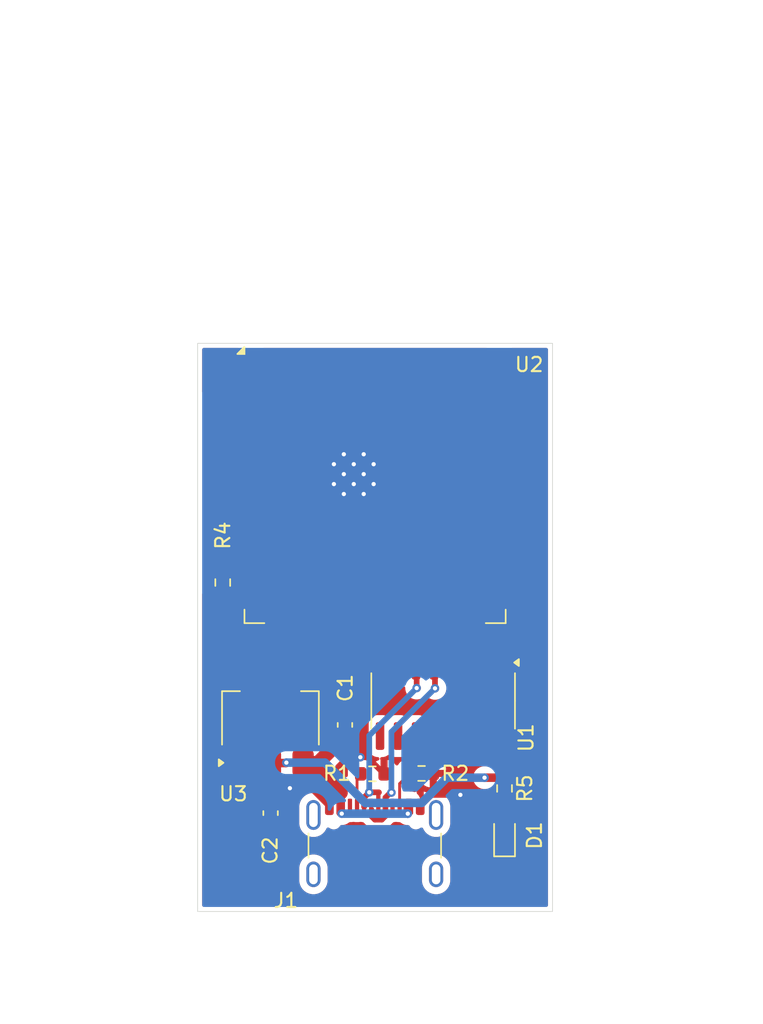
<source format=kicad_pcb>
(kicad_pcb (version 20241229) (generator "pcbnew") (generator_version "9.0")
  (title_block (title "USB to Serial Converter") (date "2025-07-28") (rev "1.0") (company "Mauro Ferreira") (comment 1 "ESP32-WROOM-32E + CH340C") (comment 2 "USB-C to 3.3V via AMS1117"))
  (layers (0 "F.Cu" signal "Front") (2 "B.Cu" signal "Back") (13 "F.Paste" user) (15 "B.Paste" user) (5 "F.SilkS" user) (7 "B.SilkS" user) (1 "F.Mask" user) (3 "B.Mask" user) (25 "Edge.Cuts" user))
  (net 0 "")
  (net 1 "GND")
  (net 2 "/VBUS")
  (net 3 "/+3V3")
  (net 4 "Net-(D1-A)")
  (net 5 "/D+")
  (net 6 "/D-")
  (net 8 "Net-(J1-CC2)")
  (net 10 "Net-(J1-CC1)")
  (net 11 "Net-(U2-EN)")
  (net 15 "/RXD")
  (net 19 "/TXD")
  (footprint "Resistor_SMD:R_0603_1608Metric" (layer "F.Cu") (at 130.86 98.96 -90)
    (property "Reference" "R4" (at -3.305 -0.01 90) (layer "F.SilkS"))
    (property "Value" "10k" (hide yes))
    (fp_line (start -0.237258 0.5225) (end 0.237258 0.5225) (stroke (width 0.12)) (layer "F.SilkS"))
    (fp_line (start -0.237258 -0.5225) (end 0.237258 -0.5225) (stroke (width 0.12)) (layer "F.SilkS"))
    (pad "1" smd roundrect (at -0.825 0 270) (size 0.8 0.95) (layers "F.Cu" "F.Mask" "F.Paste") (net 11 "Net-(U2-EN)"))
    (pad "2" smd roundrect (at 0.825 0 270) (size 0.8 0.95) (layers "F.Cu" "F.Mask" "F.Paste") (net 3 "/+3V3"))
  )
  (footprint "Package_TO_SOT_SMD:SOT-223-3_TabPin2" (layer "F.Cu") (at 134.22 108.52 90)
    (property "Reference" "U3" (at -5.32 -2.62 0) (layer "F.SilkS"))
    (property "Value" "AMS1117-3.3" (hide yes))
    (fp_line (start 1.91 -3.41) (end 1.91 -2.15) (stroke (width 0.12)) (layer "F.SilkS"))
    (fp_line (start -1.85 -3.41) (end 1.91 -3.41) (stroke (width 0.12)) (layer "F.SilkS"))
    (fp_line (start 1.91 3.41) (end 1.91 2.15) (stroke (width 0.12)) (layer "F.SilkS"))
    (fp_line (start -1.85 3.41) (end 1.91 3.41) (stroke (width 0.12)) (layer "F.SilkS"))
    (fp_poly (pts (xy -3.13 -3.31) (xy -3.37 -3.64) (xy -2.89 -3.64) (xy -3.13 -3.31)) (stroke (width 0.12)) (fill yes) (layer "F.SilkS"))
    (pad "1" smd roundrect (at -3.15 -2.3 90) (size 2 1.5) (layers "F.Cu" "F.Mask" "F.Paste") (net 1 "GND"))
    (pad "2" smd roundrect (at -3.15 0 90) (size 2 1.5) (layers "F.Cu" "F.Mask" "F.Paste") (net 3 "/+3V3"))
    (pad "2" smd roundrect (at 3.15 0 90) (size 2 3.8) (layers "F.Cu" "F.Mask" "F.Paste") (net 3 "/+3V3"))
    (pad "3" smd roundrect (at -3.15 2.3 90) (size 2 1.5) (layers "F.Cu" "F.Mask" "F.Paste") (net 2 "/VBUS"))
  )
  (footprint "Connector_USB:USB_C_Receptacle_GCT_USB4105-xx-A_16P_TopMnt_Horizontal" (layer "F.Cu") (at 141.57 118.43)
    (property "Reference" "J1" (at -6.26 2.92 0) (layer "F.SilkS"))
    (property "Value" "USB_C_Receptacle_USB2.0_16P" (hide yes))
    (fp_line (start -4.67 -0.1) (end -4.67 -1.8) (stroke (width 0.12)) (layer "F.SilkS"))
    (fp_line (start 4.67 -0.1) (end 4.67 -1.8) (stroke (width 0.12)) (layer "F.SilkS"))
    (pad "" np_thru_hole oval (at -4.32 -3.105) (size 1 2.1) (drill oval 0.6 1.7) (layers "*.Cu" "*.Mask"))
    (pad "" np_thru_hole oval (at -4.32 1.075) (size 1 1.8) (drill oval 0.6 1.4) (layers "*.Cu" "*.Mask"))
    (pad "" np_thru_hole circle (at -2.89 -2.605) (size 0.65 0.65) (drill 0.65) (layers "*.Cu" "*.Mask"))
    (pad "" np_thru_hole circle (at 2.89 -2.605) (size 0.65 0.65) (drill 0.65) (layers "*.Cu" "*.Mask"))
    (pad "" np_thru_hole oval (at 4.32 -3.105) (size 1 2.1) (drill oval 0.6 1.7) (layers "*.Cu" "*.Mask"))
    (pad "" np_thru_hole oval (at 4.32 1.075) (size 1 1.8) (drill oval 0.6 1.4) (layers "*.Cu" "*.Mask"))
    (pad "A1" smd roundrect (at -3.2 -3.68) (size 0.6 1.15) (layers "F.Cu" "F.Mask" "F.Paste") (net 1 "GND"))
    (pad "A4" smd roundrect (at -2.4 -3.68) (size 0.6 1.15) (layers "F.Cu" "F.Mask" "F.Paste") (net 2 "/VBUS"))
    (pad "A5" smd roundrect (at -1.25 -3.68) (size 0.3 1.15) (layers "F.Cu" "F.Mask" "F.Paste") (net 10 "Net-(J1-CC1)"))
    (pad "A6" smd roundrect (at -0.25 -3.68) (size 0.3 1.15) (layers "F.Cu" "F.Mask" "F.Paste") (net 5 "/D+"))
    (pad "A7" smd roundrect (at 0.25 -3.68) (size 0.3 1.15) (layers "F.Cu" "F.Mask" "F.Paste") (net 6 "/D-"))
    (pad "A8" smd roundrect (at 1.25 -3.68) (size 0.3 1.15) (layers "F.Cu" "F.Mask" "F.Paste"))
    (pad "A9" smd roundrect (at 2.4 -3.68) (size 0.6 1.15) (layers "F.Cu" "F.Mask" "F.Paste") (net 2 "/VBUS"))
    (pad "A12" smd roundrect (at 3.2 -3.68) (size 0.6 1.15) (layers "F.Cu" "F.Mask" "F.Paste") (net 1 "GND"))
    (pad "B1" smd roundrect (at 3.2 -3.68) (size 0.6 1.15) (layers "F.Cu" "F.Mask" "F.Paste") (net 1 "GND"))
    (pad "B4" smd roundrect (at 2.4 -3.68) (size 0.6 1.15) (layers "F.Cu" "F.Mask" "F.Paste") (net 2 "/VBUS"))
    (pad "B5" smd roundrect (at 1.75 -3.68) (size 0.3 1.15) (layers "F.Cu" "F.Mask" "F.Paste") (net 8 "Net-(J1-CC2)"))
    (pad "B6" smd roundrect (at 0.75 -3.68) (size 0.3 1.15) (layers "F.Cu" "F.Mask" "F.Paste") (net 5 "/D+"))
    (pad "B7" smd roundrect (at -0.75 -3.68) (size 0.3 1.15) (layers "F.Cu" "F.Mask" "F.Paste") (net 6 "/D-"))
    (pad "B8" smd roundrect (at -1.75 -3.68) (size 0.3 1.15) (layers "F.Cu" "F.Mask" "F.Paste"))
    (pad "B9" smd roundrect (at -2.4 -3.68) (size 0.6 1.15) (layers "F.Cu" "F.Mask" "F.Paste") (net 2 "/VBUS"))
    (pad "B12" smd roundrect (at -3.2 -3.68) (size 0.6 1.15) (layers "F.Cu" "F.Mask" "F.Paste") (net 1 "GND"))
  )
  (footprint "RF_Module:ESP32-WROOM-32E" (layer "F.Cu") (at 141.59 88.87)
    (property "Reference" "U2" (at 11.95 -5.25 0) (layer "F.SilkS") (effects (justify right)))
    (property "Value" "ESP32-WROOM-32E")
    (fp_line (start -9.2 12.95) (end -9.2 12) (stroke (width 0.12)) (layer "F.SilkS"))
    (fp_line (start -7.8 12.95) (end -9.2 12.95) (stroke (width 0.12)) (layer "F.SilkS"))
    (fp_line (start 7.8 12.95) (end 9.2 12.95) (stroke (width 0.12)) (layer "F.SilkS"))
    (fp_line (start 9.2 12.95) (end 9.2 12) (stroke (width 0.12)) (layer "F.SilkS"))
    (fp_poly (pts (xy -9.2 -6) (xy -9.7 -6) (xy -9.2 -6.5) (xy -9.2 -6)) (stroke (width 0.12)) (fill yes) (layer "F.SilkS"))
    (pad "1" smd rect (at -8.75 -5.26) (size 1.5 0.9) (layers "F.Cu" "F.Mask" "F.Paste") (net 1 "GND"))
    (pad "2" smd rect (at -8.75 -3.99) (size 1.5 0.9) (layers "F.Cu" "F.Mask" "F.Paste") (net 3 "/+3V3"))
    (pad "3" smd rect (at -8.75 -2.72) (size 1.5 0.9) (layers "F.Cu" "F.Mask" "F.Paste") (net 11 "Net-(U2-EN)"))
    (pad "4" smd rect (at -8.75 -1.45) (size 1.5 0.9) (layers "F.Cu" "F.Mask" "F.Paste"))
    (pad "5" smd rect (at -8.75 -0.18) (size 1.5 0.9) (layers "F.Cu" "F.Mask" "F.Paste"))
    (pad "6" smd rect (at -8.75 1.09) (size 1.5 0.9) (layers "F.Cu" "F.Mask" "F.Paste"))
    (pad "7" smd rect (at -8.75 2.36) (size 1.5 0.9) (layers "F.Cu" "F.Mask" "F.Paste"))
    (pad "8" smd rect (at -8.75 3.63) (size 1.5 0.9) (layers "F.Cu" "F.Mask" "F.Paste"))
    (pad "9" smd rect (at -8.75 4.9) (size 1.5 0.9) (layers "F.Cu" "F.Mask" "F.Paste"))
    (pad "10" smd rect (at -8.75 6.17) (size 1.5 0.9) (layers "F.Cu" "F.Mask" "F.Paste"))
    (pad "11" smd rect (at -8.75 7.44) (size 1.5 0.9) (layers "F.Cu" "F.Mask" "F.Paste"))
    (pad "12" smd rect (at -8.75 8.71) (size 1.5 0.9) (layers "F.Cu" "F.Mask" "F.Paste"))
    (pad "13" smd rect (at -8.75 9.98) (size 1.5 0.9) (layers "F.Cu" "F.Mask" "F.Paste"))
    (pad "14" smd rect (at -8.75 11.25) (size 1.5 0.9) (layers "F.Cu" "F.Mask" "F.Paste"))
    (pad "15" smd rect (at -5.715 12.5 90) (size 1.5 0.9) (layers "F.Cu" "F.Mask" "F.Paste") (net 1 "GND"))
    (pad "16" smd rect (at -4.445 12.5 90) (size 1.5 0.9) (layers "F.Cu" "F.Mask" "F.Paste"))
    (pad "17" smd rect (at -3.175 12.5 90) (size 1.5 0.9) (layers "F.Cu" "F.Mask" "F.Paste"))
    (pad "18" smd rect (at -1.905 12.5 90) (size 1.5 0.9) (layers "F.Cu" "F.Mask" "F.Paste"))
    (pad "19" smd rect (at -0.635 12.5 90) (size 1.5 0.9) (layers "F.Cu" "F.Mask" "F.Paste"))
    (pad "20" smd rect (at 0.635 12.5 90) (size 1.5 0.9) (layers "F.Cu" "F.Mask" "F.Paste"))
    (pad "21" smd rect (at 1.905 12.5 90) (size 1.5 0.9) (layers "F.Cu" "F.Mask" "F.Paste"))
    (pad "22" smd rect (at 3.175 12.5 90) (size 1.5 0.9) (layers "F.Cu" "F.Mask" "F.Paste"))
    (pad "23" smd rect (at 4.445 12.5 90) (size 1.5 0.9) (layers "F.Cu" "F.Mask" "F.Paste"))
    (pad "24" smd rect (at 5.715 12.5 90) (size 1.5 0.9) (layers "F.Cu" "F.Mask" "F.Paste"))
    (pad "25" smd rect (at 8.75 11.25) (size 1.5 0.9) (layers "F.Cu" "F.Mask" "F.Paste"))
    (pad "26" smd rect (at 8.75 9.98) (size 1.5 0.9) (layers "F.Cu" "F.Mask" "F.Paste"))
    (pad "27" smd rect (at 8.75 8.71) (size 1.5 0.9) (layers "F.Cu" "F.Mask" "F.Paste"))
    (pad "28" smd rect (at 8.75 7.44) (size 1.5 0.9) (layers "F.Cu" "F.Mask" "F.Paste"))
    (pad "29" smd rect (at 8.75 6.17) (size 1.5 0.9) (layers "F.Cu" "F.Mask" "F.Paste"))
    (pad "30" smd rect (at 8.75 4.9) (size 1.5 0.9) (layers "F.Cu" "F.Mask" "F.Paste"))
    (pad "31" smd rect (at 8.75 3.63) (size 1.5 0.9) (layers "F.Cu" "F.Mask" "F.Paste"))
    (pad "32" smd rect (at 8.75 2.36) (size 1.5 0.9) (layers "F.Cu" "F.Mask" "F.Paste"))
    (pad "33" smd rect (at 8.75 1.09) (size 1.5 0.9) (layers "F.Cu" "F.Mask" "F.Paste"))
    (pad "34" smd rect (at 8.75 -0.18) (size 1.5 0.9) (layers "F.Cu" "F.Mask" "F.Paste") (net 19 "/TXD"))
    (pad "35" smd rect (at 8.75 -1.45) (size 1.5 0.9) (layers "F.Cu" "F.Mask" "F.Paste") (net 15 "/RXD"))
    (pad "36" smd rect (at 8.75 -2.72) (size 1.5 0.9) (layers "F.Cu" "F.Mask" "F.Paste"))
    (pad "37" smd rect (at 8.75 -3.99) (size 1.5 0.9) (layers "F.Cu" "F.Mask" "F.Paste"))
    (pad "38" smd rect (at 8.75 -5.26) (size 1.5 0.9) (layers "F.Cu" "F.Mask" "F.Paste") (net 1 "GND"))
    (pad "39" smd rect (at -2.9 1.06) (size 0.9 0.9) (property pad_prop_heatsink) (layers "F.Cu" "F.Mask" "F.Paste") (net 1 "GND"))
    (pad "39" thru_hole circle (at -2.9 1.76) (size 0.6 0.6) (drill 0.3) (property pad_prop_heatsink) (layers "*.Cu" "*.Mask") (net 1 "GND"))
    (pad "39" smd rect (at -2.9 2.46) (size 0.9 0.9) (property pad_prop_heatsink) (layers "F.Cu" "F.Mask" "F.Paste") (net 1 "GND"))
    (pad "39" thru_hole circle (at -2.9 3.16) (size 0.6 0.6) (drill 0.3) (property pad_prop_heatsink) (layers "*.Cu" "*.Mask") (net 1 "GND"))
    (pad "39" smd rect (at -2.9 3.86) (size 0.9 0.9) (property pad_prop_heatsink) (layers "F.Cu" "F.Mask" "F.Paste") (net 1 "GND"))
    (pad "39" thru_hole circle (at -2.2 1.06) (size 0.6 0.6) (drill 0.3) (property pad_prop_heatsink) (layers "*.Cu" "*.Mask") (net 1 "GND"))
    (pad "39" thru_hole circle (at -2.2 2.46) (size 0.6 0.6) (drill 0.3) (property pad_prop_heatsink) (layers "*.Cu" "*.Mask") (net 1 "GND"))
    (pad "39" thru_hole circle (at -2.2 3.86) (size 0.6 0.6) (drill 0.3) (property pad_prop_heatsink) (layers "*.Cu" "*.Mask") (net 1 "GND"))
    (pad "39" smd rect (at -1.5 1.06) (size 0.9 0.9) (property pad_prop_heatsink) (layers "F.Cu" "F.Mask" "F.Paste") (net 1 "GND"))
    (pad "39" thru_hole circle (at -1.5 1.76) (size 0.6 0.6) (drill 0.3) (property pad_prop_heatsink) (layers "*.Cu" "*.Mask") (net 1 "GND"))
    (pad "39" smd rect (at -1.5 2.46) (size 0.9 0.9) (property pad_prop_heatsink) (layers "F.Cu" "F.Mask" "F.Paste") (net 1 "GND"))
    (pad "39" thru_hole circle (at -1.5 3.16) (size 0.6 0.6) (drill 0.3) (property pad_prop_heatsink) (layers "*.Cu" "*.Mask") (net 1 "GND"))
    (pad "39" smd rect (at -1.5 3.86) (size 0.9 0.9) (property pad_prop_heatsink) (layers "F.Cu" "F.Mask" "F.Paste") (net 1 "GND"))
    (pad "39" thru_hole circle (at -0.8 1.06) (size 0.6 0.6) (drill 0.3) (property pad_prop_heatsink) (layers "*.Cu" "*.Mask") (net 1 "GND"))
    (pad "39" thru_hole circle (at -0.8 2.46) (size 0.6 0.6) (drill 0.3) (property pad_prop_heatsink) (layers "*.Cu" "*.Mask") (net 1 "GND"))
    (pad "39" thru_hole circle (at -0.8 3.86) (size 0.6 0.6) (drill 0.3) (property pad_prop_heatsink) (layers "*.Cu" "*.Mask") (net 1 "GND"))
    (pad "39" smd rect (at -0.1 1.06) (size 0.9 0.9) (property pad_prop_heatsink) (layers "F.Cu" "F.Mask" "F.Paste") (net 1 "GND"))
    (pad "39" thru_hole circle (at -0.1 1.76) (size 0.6 0.6) (drill 0.3) (property pad_prop_heatsink) (layers "*.Cu" "*.Mask") (net 1 "GND"))
    (pad "39" smd rect (at -0.1 2.46) (size 0.9 0.9) (property pad_prop_heatsink) (layers "F.Cu" "F.Mask" "F.Paste") (net 1 "GND"))
    (pad "39" thru_hole circle (at -0.1 3.16) (size 0.6 0.6) (drill 0.3) (property pad_prop_heatsink) (layers "*.Cu" "*.Mask") (net 1 "GND"))
    (pad "39" smd rect (at -0.1 3.86) (size 0.9 0.9) (property pad_prop_heatsink) (layers "F.Cu" "F.Mask" "F.Paste") (net 1 "GND"))
    (zone (net 0) (net_name "") (layers "F.Cu" "B.Cu") (connect_pads (clearance 0)) (min_thickness 0.25)
      (keepout (tracks not_allowed) (vias not_allowed) (pads not_allowed) (copperpour not_allowed) (footprints not_allowed))
      (fill (thermal_gap 0.5) (thermal_bridge_width 0.5))
      (polygon (pts (xy 117.59 61.12) (xy 165.59 61.12) (xy 165.59 82.31) (xy 117.59 82.31)))
    )
  )
  (footprint "Capacitor_SMD:C_0603_1608Metric" (layer "F.Cu") (at 134.23 115.195 -90)
    (property "Reference" "C2" (at 2.635 0.03 90) (layer "F.SilkS"))
    (property "Value" "10uF" (hide yes))
    (fp_line (start -0.14058 0.51) (end 0.14058 0.51) (stroke (width 0.12)) (layer "F.SilkS"))
    (fp_line (start -0.14058 -0.51) (end 0.14058 -0.51) (stroke (width 0.12)) (layer "F.SilkS"))
    (pad "1" smd roundrect (at -0.775 0 270) (size 0.9 0.95) (layers "F.Cu" "F.Mask" "F.Paste") (net 3 "/+3V3"))
    (pad "2" smd roundrect (at 0.775 0 270) (size 0.9 0.95) (layers "F.Cu" "F.Mask" "F.Paste") (net 1 "GND"))
  )
  (footprint "LED_SMD:LED_0603_1608Metric" (layer "F.Cu") (at 150.71 116.7525 90)
    (property "Reference" "D1" (at -0.02 2.11 90) (layer "F.SilkS"))
    (property "Value" "RED" (hide yes))
    (fp_line (start 0.8 -0.735) (end -1.485 -0.735) (stroke (width 0.12)) (layer "F.SilkS"))
    (fp_line (start -1.485 -0.735) (end -1.485 0.735) (stroke (width 0.12)) (layer "F.SilkS"))
    (fp_line (start -1.485 0.735) (end 0.8 0.735) (stroke (width 0.12)) (layer "F.SilkS"))
    (pad "1" smd roundrect (at -0.7875 0 90) (size 0.875 0.95) (layers "F.Cu" "F.Mask" "F.Paste") (net 1 "GND"))
    (pad "2" smd roundrect (at 0.7875 0 90) (size 0.875 0.95) (layers "F.Cu" "F.Mask" "F.Paste") (net 4 "Net-(D1-A)"))
  )
  (footprint "Package_SO:SOIC-16_3.9x9.9mm_P1.27mm" (layer "F.Cu") (at 146.385 107.295 -90)
    (property "Reference" "U1" (at 2.595 -5.845 90) (layer "F.SilkS"))
    (property "Value" "CH340C" (hide yes))
    (fp_line (start 0 5.06) (end -1.95 5.06) (stroke (width 0.12)) (layer "F.SilkS"))
    (fp_line (start 0 5.06) (end 1.95 5.06) (stroke (width 0.12)) (layer "F.SilkS"))
    (fp_line (start 0 -5.06) (end -1.95 -5.06) (stroke (width 0.12)) (layer "F.SilkS"))
    (fp_line (start 0 -5.06) (end 1.95 -5.06) (stroke (width 0.12)) (layer "F.SilkS"))
    (fp_poly (pts (xy -2.7 -5.005) (xy -2.94 -5.335) (xy -2.46 -5.335)) (stroke (width 0.12)) (fill yes) (layer "F.SilkS"))
    (pad "1" smd roundrect (at -2.475 -4.445 270) (size 1.95 0.6) (layers "F.Cu" "F.Mask" "F.Paste") (net 1 "GND"))
    (pad "2" smd roundrect (at -2.475 -3.175 270) (size 1.95 0.6) (layers "F.Cu" "F.Mask" "F.Paste") (net 19 "/TXD"))
    (pad "3" smd roundrect (at -2.475 -1.905 270) (size 1.95 0.6) (layers "F.Cu" "F.Mask" "F.Paste") (net 15 "/RXD"))
    (pad "4" smd roundrect (at -2.475 -0.635 270) (size 1.95 0.6) (layers "F.Cu" "F.Mask" "F.Paste"))
    (pad "5" smd roundrect (at -2.475 0.635 270) (size 1.95 0.6) (layers "F.Cu" "F.Mask" "F.Paste") (net 5 "/D+"))
    (pad "6" smd roundrect (at -2.475 1.905 270) (size 1.95 0.6) (layers "F.Cu" "F.Mask" "F.Paste") (net 6 "/D-"))
    (pad "7" smd roundrect (at -2.475 3.175 270) (size 1.95 0.6) (layers "F.Cu" "F.Mask" "F.Paste"))
    (pad "8" smd roundrect (at -2.475 4.445 270) (size 1.95 0.6) (layers "F.Cu" "F.Mask" "F.Paste"))
    (pad "9" smd roundrect (at 2.475 4.445 270) (size 1.95 0.6) (layers "F.Cu" "F.Mask" "F.Paste"))
    (pad "10" smd roundrect (at 2.475 3.175 270) (size 1.95 0.6) (layers "F.Cu" "F.Mask" "F.Paste"))
    (pad "11" smd roundrect (at 2.475 1.905 270) (size 1.95 0.6) (layers "F.Cu" "F.Mask" "F.Paste"))
    (pad "12" smd roundrect (at 2.475 0.635 270) (size 1.95 0.6) (layers "F.Cu" "F.Mask" "F.Paste"))
    (pad "13" smd roundrect (at 2.475 -0.635 270) (size 1.95 0.6) (layers "F.Cu" "F.Mask" "F.Paste"))
    (pad "14" smd roundrect (at 2.475 -1.905 270) (size 1.95 0.6) (layers "F.Cu" "F.Mask" "F.Paste"))
    (pad "15" smd roundrect (at 2.475 -3.175 270) (size 1.95 0.6) (layers "F.Cu" "F.Mask" "F.Paste") (net 1 "GND"))
    (pad "16" smd roundrect (at 2.475 -4.445 270) (size 1.95 0.6) (layers "F.Cu" "F.Mask" "F.Paste") (net 3 "/+3V3"))
  )
  (footprint "Resistor_SMD:R_0603_1608Metric" (layer "F.Cu") (at 141.4 112.43)
    (property "Reference" "R1" (at -2.5 -0.03 0) (layer "F.SilkS"))
    (property "Value" "5.1k" (hide yes))
    (fp_line (start -0.237258 -0.5225) (end 0.237258 -0.5225) (stroke (width 0.12)) (layer "F.SilkS"))
    (fp_line (start -0.237258 0.5225) (end 0.237258 0.5225) (stroke (width 0.12)) (layer "F.SilkS"))
    (pad "1" smd roundrect (at -0.825 0) (size 0.8 0.95) (layers "F.Cu" "F.Mask" "F.Paste") (net 10 "Net-(J1-CC1)"))
    (pad "2" smd roundrect (at 0.825 0) (size 0.8 0.95) (layers "F.Cu" "F.Mask" "F.Paste") (net 1 "GND"))
  )
  (footprint "Resistor_SMD:R_0603_1608Metric" (layer "F.Cu") (at 144.865 112.4)
    (property "Reference" "R2" (at 2.375 0 0) (layer "F.SilkS"))
    (property "Value" "5.1k" (hide yes))
    (fp_line (start -0.237258 -0.5225) (end 0.237258 -0.5225) (stroke (width 0.12)) (layer "F.SilkS"))
    (fp_line (start -0.237258 0.5225) (end 0.237258 0.5225) (stroke (width 0.12)) (layer "F.SilkS"))
    (pad "1" smd roundrect (at -0.825 0) (size 0.8 0.95) (layers "F.Cu" "F.Mask" "F.Paste") (net 8 "Net-(J1-CC2)"))
    (pad "2" smd roundrect (at 0.825 0) (size 0.8 0.95) (layers "F.Cu" "F.Mask" "F.Paste") (net 1 "GND"))
  )
  (footprint "Resistor_SMD:R_0603_1608Metric" (layer "F.Cu") (at 150.71 113.455 -90)
    (property "Reference" "R5" (at 0 -1.43 90) (layer "F.SilkS"))
    (property "Value" "470" (hide yes))
    (fp_line (start -0.237258 0.5225) (end 0.237258 0.5225) (stroke (width 0.12)) (layer "F.SilkS"))
    (fp_line (start -0.237258 -0.5225) (end 0.237258 -0.5225) (stroke (width 0.12)) (layer "F.SilkS"))
    (pad "1" smd roundrect (at -0.825 0 270) (size 0.8 0.95) (layers "F.Cu" "F.Mask" "F.Paste") (net 3 "/+3V3"))
    (pad "2" smd roundrect (at 0.825 0 270) (size 0.8 0.95) (layers "F.Cu" "F.Mask" "F.Paste") (net 4 "Net-(D1-A)"))
  )
  (footprint "Capacitor_SMD:C_0603_1608Metric" (layer "F.Cu") (at 139.47 108.985 90)
    (property "Reference" "C1" (at 2.595 0.02 90) (layer "F.SilkS"))
    (property "Value" "10uF" (hide yes))
    (fp_line (start -0.14058 -0.51) (end 0.14058 -0.51) (stroke (width 0.12)) (layer "F.SilkS"))
    (fp_line (start -0.14058 0.51) (end 0.14058 0.51) (stroke (width 0.12)) (layer "F.SilkS"))
    (pad "1" smd roundrect (at -0.775 0 90) (size 0.9 0.95) (layers "F.Cu" "F.Mask" "F.Paste") (net 2 "/VBUS"))
    (pad "2" smd roundrect (at 0.775 0 90) (size 0.9 0.95) (layers "F.Cu" "F.Mask" "F.Paste") (net 1 "GND"))
  )
  (gr_rect (start 129.09 82.12) (end 154.09 122.12) (stroke (width 0.05)) (fill no) (layer "Edge.Cuts"))
  (segment (start 144.77 114.75) (end 144.77 114.724031) (width 0.4) (layer "F.Cu") (net 1))
  (segment (start 145.584031 113.91) (end 147.6 113.91) (width 0.4) (layer "F.Cu") (net 1))
  (segment (start 138.37 114.75) (end 138.37 114.72) (width 0.4) (layer "F.Cu") (net 1))
  (segment (start 144.77 114.724031) (end 145.584031 113.91) (width 0.4) (layer "F.Cu") (net 1))
  (segment (start 137.09 113.44) (end 135.59 113.44) (width 0.4) (layer "F.Cu") (net 1))
  (segment (start 141.055 111.26) (end 140.553 111.26) (width 0.4) (layer "F.Cu") (net 1))
  (segment (start 138.37 114.72) (end 137.09 113.44) (width 0.4) (layer "F.Cu") (net 1))
  (segment (start 142.225 112.43) (end 141.055 111.26) (width 0.4) (layer "F.Cu") (net 1))
  (via (at 147.6 113.91) (size 0.6) (drill 0.3) (layers "F.Cu" "B.Cu") (net 1))
  (via (at 140.553 111.26) (size 0.6) (drill 0.3) (layers "F.Cu" "B.Cu") (net 1))
  (via (at 135.59 113.44) (size 0.6) (drill 0.3) (layers "F.Cu" "B.Cu") (net 1))
  (segment (start 137.09 111.67) (end 139.17 113.75) (width 1) (layer "F.Cu") (net 2))
  (segment (start 143.897 115.235716) (end 143.897 114.823) (width 0.6) (layer "F.Cu") (net 2))
  (segment (start 139.17 115.161002) (end 139.242 115.233002) (width 0.6) (layer "F.Cu") (net 2))
  (segment (start 137.56 111.67) (end 139.47 109.76) (width 1) (layer "F.Cu") (net 2))
  (segment (start 139.17 114.75) (end 139.17 113.75) (width 0.6) (layer "F.Cu") (net 2))
  (segment (start 143.897 114.823) (end 143.97 114.75) (width 0.6) (layer "F.Cu") (net 2))
  (segment (start 139.17 114.75) (end 139.17 115.161002) (width 0.6) (layer "F.Cu") (net 2))
  (segment (start 136.52 111.67) (end 137.09 111.67) (width 1) (layer "F.Cu") (net 2))
  (segment (start 137.56 111.67) (end 136.52 111.67) (width 1) (layer "F.Cu") (net 2))
  (via (at 143.897 115.235716) (size 0.6) (drill 0.3) (layers "F.Cu" "B.Cu") (net 2))
  (via (at 139.242 115.233002) (size 0.6) (drill 0.3) (layers "F.Cu" "B.Cu") (net 2))
  (segment (start 139.242 115.233002) (end 143.894286 115.233002) (width 0.6) (layer "B.Cu") (net 2))
  (segment (start 143.894286 115.233002) (end 143.897 115.235716) (width 0.6) (layer "B.Cu") (net 2))
  (segment (start 130.86 99.785) (end 129.84 98.765) (width 0.6) (layer "F.Cu") (net 3))
  (segment (start 134.22 111.67) (end 135.313 111.67) (width 0.6) (layer "F.Cu") (net 3))
  (segment (start 135.313 111.67) (end 135.343 111.64) (width 0.6) (layer "F.Cu") (net 3))
  (segment (start 131.49 84.88) (end 132.84 84.88) (width 0.6) (layer "F.Cu") (net 3))
  (segment (start 134.22 105.37) (end 134.22 111.67) (width 0.6) (layer "F.Cu") (net 3))
  (segment (start 150.83 112.51) (end 150.71 112.63) (width 0.6) (layer "F.Cu") (net 3))
  (segment (start 134.22 111.67) (end 134.22 114.41) (width 0.6) (layer "F.Cu") (net 3))
  (segment (start 150.83 109.77) (end 150.83 112.51) (width 0.6) (layer "F.Cu") (net 3))
  (segment (start 129.84 86.53) (end 131.49 84.88) (width 0.6) (layer "F.Cu") (net 3))
  (segment (start 130.86 102.01) (end 130.86 99.785) (width 0.6) (layer "F.Cu") (net 3))
  (segment (start 129.84 98.765) (end 129.84 86.53) (width 0.6) (layer "F.Cu") (net 3))
  (segment (start 150.64 112.7) (end 150.71 112.63) (width 0.6) (layer "F.Cu") (net 3))
  (segment (start 149.3 112.7) (end 150.64 112.7) (width 0.6) (layer "F.Cu") (net 3))
  (segment (start 134.22 114.41) (end 134.23 114.42) (width 0.6) (layer "F.Cu") (net 3))
  (segment (start 134.22 105.37) (end 130.86 102.01) (width 0.6) (layer "F.Cu") (net 3))
  (via (at 149.3 112.7) (size 0.6) (drill 0.3) (layers "F.Cu" "B.Cu") (net 3))
  (via (at 135.343 111.64) (size 0.6) (drill 0.3) (layers "F.Cu" "B.Cu") (net 3))
  (segment (start 146.65261 112.7) (end 149.3 112.7) (width 0.6) (layer "B.Cu") (net 3))
  (segment (start 138.060452 111.64) (end 140.896452 114.476) (width 0.6) (layer "B.Cu") (net 3))
  (segment (start 144.87661 114.476) (end 146.65261 112.7) (width 0.6) (layer "B.Cu") (net 3))
  (segment (start 140.896452 114.476) (end 144.87661 114.476) (width 0.6) (layer "B.Cu") (net 3))
  (segment (start 135.343 111.64) (end 138.060452 111.64) (width 0.6) (layer "B.Cu") (net 3))
  (segment (start 150.71 114.28) (end 150.71 115.965) (width 0.4) (layer "F.Cu") (net 4))
  (segment (start 142.32 115.397008) (end 142.064008 115.653) (width 0.4) (layer "F.Cu") (net 5))
  (segment (start 141.575992 115.653) (end 141.342 115.419008) (width 0.4) (layer "F.Cu") (net 5))
  (segment (start 142.32 114.75) (end 142.32 115.397008) (width 0.4) (layer "F.Cu") (net 5))
  (segment (start 145.81 106.41) (end 145.81 104.88) (width 0.4) (layer "F.Cu") (net 5))
  (segment (start 142.32 114.102992) (end 142.674992 113.748) (width 0.4) (layer "F.Cu") (net 5))
  (segment (start 145.81 104.88) (end 145.75 104.82) (width 0.4) (layer "F.Cu") (net 5))
  (segment (start 142.674992 113.748) (end 142.742076 113.748) (width 0.4) (layer "F.Cu") (net 5))
  (segment (start 142.32 114.75) (end 142.32 114.102992) (width 0.4) (layer "F.Cu") (net 5))
  (segment (start 142.064008 115.653) (end 141.575992 115.653) (width 0.4) (layer "F.Cu") (net 5))
  (segment (start 141.342 115.419008) (end 141.342 114.974705) (width 0.4) (layer "F.Cu") (net 5))
  (via (at 142.742076 113.748) (size 0.6) (drill 0.3) (layers "F.Cu" "B.Cu") (net 5))
  (via (at 145.81 106.41) (size 0.6) (drill 0.3) (layers "F.Cu" "B.Cu") (net 5))
  (segment (start 142.742076 109.477924) (end 145.81 106.41) (width 0.4) (layer "B.Cu") (net 5))
  (segment (start 142.742076 113.748) (end 142.742076 109.477924) (width 0.4) (layer "B.Cu") (net 5))
  (segment (start 141.18 113.73) (end 141.85 113.73) (width 0.4) (layer "F.Cu") (net 6))
  (segment (start 144.52 104.86) (end 144.48 104.82) (width 0.4) (layer "F.Cu") (net 6))
  (segment (start 140.82 114.75) (end 140.82 114.09) (width 0.4) (layer "F.Cu") (net 6))
  (segment (start 141.85 113.73) (end 141.86 113.74) (width 0.4) (layer "F.Cu") (net 6))
  (segment (start 141.82 113.78) (end 141.86 113.74) (width 0.3) (layer "F.Cu") (net 6))
  (segment (start 144.52 106.39) (end 144.52 104.86) (width 0.4) (layer "F.Cu") (net 6))
  (segment (start 140.82 114.09) (end 141.18 113.73) (width 0.4) (layer "F.Cu") (net 6))
  (segment (start 141.82 114.75) (end 141.82 113.78) (width 0.3) (layer "F.Cu") (net 6))
  (via (at 144.52 106.39) (size 0.6) (drill 0.3) (layers "F.Cu" "B.Cu") (net 6))
  (via (at 141.18 113.73) (size 0.6) (drill 0.3) (layers "F.Cu" "B.Cu") (net 6))
  (segment (start 141.18 113.73) (end 141.18 109.73) (width 0.4) (layer "B.Cu") (net 6))
  (segment (start 141.18 109.73) (end 144.52 106.39) (width 0.4) (layer "B.Cu") (net 6))
  (segment (start 143.32 113.12) (end 144.04 112.4) (width 0.2) (layer "F.Cu") (net 8))
  (segment (start 143.32 114.75) (end 143.32 113.12) (width 0.2) (layer "F.Cu") (net 8))
  (segment (start 140.32 112.685) (end 140.575 112.43) (width 0.2) (layer "F.Cu") (net 10))
  (segment (start 140.32 114.75) (end 140.32 112.685) (width 0.2) (layer "F.Cu") (net 10))
  (segment (start 132.054 86.15) (end 132.84 86.15) (width 0.6) (layer "F.Cu") (net 11))
  (segment (start 130.86 98.135) (end 130.86 87.344) (width 0.6) (layer "F.Cu") (net 11))
  (segment (start 130.86 87.344) (end 132.054 86.15) (width 0.6) (layer "F.Cu") (net 11))
  (segment (start 149.754 87.42) (end 150.34 87.42) (width 0.4) (layer "F.Cu") (net 15))
  (segment (start 148.29 88.884) (end 149.754 87.42) (width 0.4) (layer "F.Cu") (net 15))
  (segment (start 148.29 104.82) (end 148.29 88.884) (width 0.4) (layer "F.Cu") (net 15))
  (segment (start 149.56 104.224) (end 151.48 102.304) (width 0.4) (layer "F.Cu") (net 19))
  (segment (start 149.56 104.82) (end 149.56 104.224) (width 0.4) (layer "F.Cu") (net 19))
  (segment (start 150.4 88.63) (end 150.34 88.69) (width 0.4) (layer "F.Cu") (net 19))
  (segment (start 151.48 88.63) (end 150.4 88.63) (width 0.4) (layer "F.Cu") (net 19))
  (segment (start 151.48 102.304) (end 151.48 88.63) (width 0.4) (layer "F.Cu") (net 19))
  (zone (net 1) (net_name "GND") (layers "F.Cu" "B.Cu") (connect_pads (clearance 0.5)) (min_thickness 0.25) (fill yes (thermal_gap 0.5) (thermal_bridge_width 0.5))
    (polygon (pts (xy 116.22 58.25) (xy 167.89 58.7) (xy 168.94 130.04) (xy 115.17 128.54) (xy 116.37 57.95) (xy 116.52 57.95)))
  )
)
</source>
